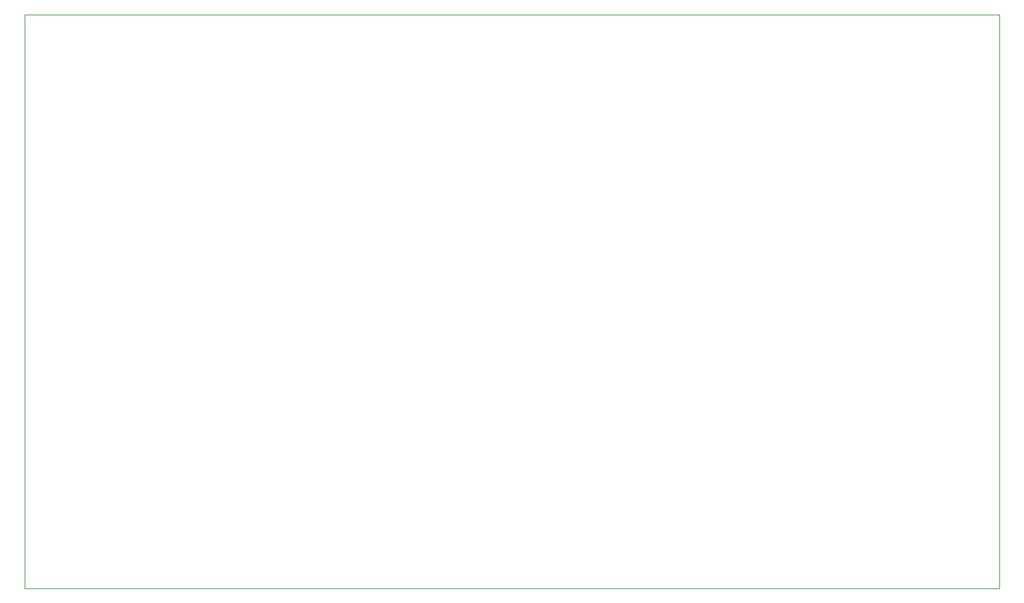
<source format=gm1>
G04 #@! TF.GenerationSoftware,KiCad,Pcbnew,(5.1.9)-1*
G04 #@! TF.CreationDate,2023-02-15T09:39:51+09:00*
G04 #@! TF.ProjectId,FM-7_SD,464d2d37-5f53-4442-9e6b-696361645f70,rev?*
G04 #@! TF.SameCoordinates,PX53920b0PY93c3260*
G04 #@! TF.FileFunction,Profile,NP*
%FSLAX46Y46*%
G04 Gerber Fmt 4.6, Leading zero omitted, Abs format (unit mm)*
G04 Created by KiCad (PCBNEW (5.1.9)-1) date 2023-02-15 09:39:51*
%MOMM*%
%LPD*%
G01*
G04 APERTURE LIST*
G04 #@! TA.AperFunction,Profile*
%ADD10C,0.050000*%
G04 #@! TD*
G04 APERTURE END LIST*
D10*
X124000000Y0D02*
X124000000Y73000000D01*
X0Y73000000D02*
X0Y0D01*
X124000000Y73000000D02*
X0Y73000000D01*
X0Y0D02*
X124000000Y0D01*
M02*

</source>
